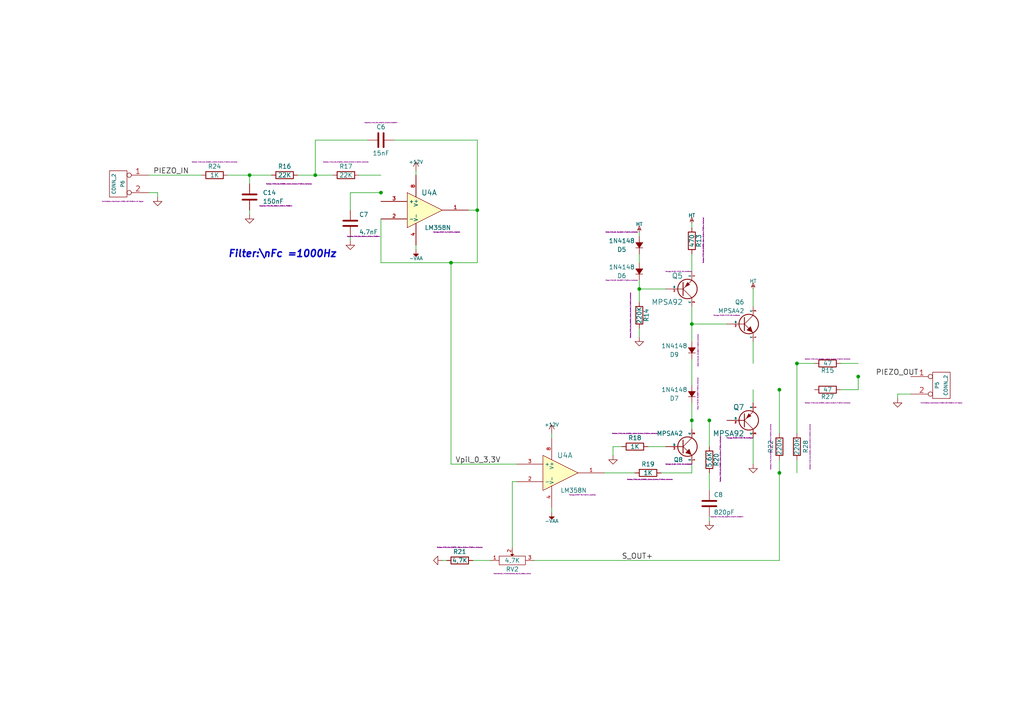
<source format=kicad_sch>
(kicad_sch (version 20200512) (host eeschema "(5.99.0-1712-g5a9e69b14)")
  (page 2 3)
  (paper "A4")
  (title_block (title "Complex hierarchy: demo") (date "2017-01-15") (rev "1"))
  (lib_symbols
    (symbol "complex_hierarchy_schlib:+12V" (power) (pin_names (offset 0))
      (property "Value" "+12V" (at 0 3.556 0))
      (symbol "+12V_0_1"
        (polyline (pts (xy -0.762 1.27) (xy 0 2.54)))
        (polyline (pts (xy 0 0) (xy 0 2.54)))
        (polyline (pts (xy 0 2.54) (xy 0.762 1.27)))
      )
      (symbol "+12V_1_1"
        (pin power_in line (at 0 0 90) (length 0) (name "+12V") (number "1") hide)
      )
    )
    (symbol "complex_hierarchy_schlib:-VAA" (power) (pin_names (offset 0))
      (property "Value" "-VAA" (at 0 2.54 0))
      (symbol "-VAA_0_1"
        (polyline (pts (xy 0 0) (xy 0 1.27) (xy 0 1.27)))
        (polyline (pts (xy 0 2.032) (xy 0.762 1.27) (xy -0.508 1.27) (xy -0.762 1.27) (xy 0 2.032) (xy 0 2.032) (xy 0 2.032)) (fill (type outline)))
      )
      (symbol "-VAA_0_0"
        (pin power_in line (at 0 0 90) (length 0) (name "-VAA") (number "1") hide)
      )
    )
    (symbol "complex_hierarchy_schlib:C" (pin_numbers hide) (pin_names (offset 0.254))
      (property "Reference" "C" (at 0.635 2.54 0))
      (property "Value" "C" (at 0.635 -2.54 0))
      (symbol "C_0_1"
        (polyline (pts (xy -2.032 -0.762) (xy 2.032 -0.762)) (stroke (width 0.508)))
        (polyline (pts (xy -2.032 0.762) (xy 2.032 0.762)) (stroke (width 0.508)))
      )
      (symbol "C_1_1"
        (pin passive line (at 0 3.81 270) (length 2.794) (name "~") (number "1"))
        (pin passive line (at 0 -3.81 90) (length 2.794) (name "~") (number "2"))
      )
    )
    (symbol "complex_hierarchy_schlib:CONN_2" (pin_names hide)
      (property "Reference" "P" (at -1.27 0 90))
      (property "Value" "CONN_2" (at 1.27 0 90))
      (symbol "CONN_2_0_1"
        (rectangle (start -2.54 3.81) (end 2.54 -3.81))
      )
      (symbol "CONN_2_1_1"
        (pin passive inverted (at -8.89 2.54 0) (length 6.35) (name "P1") (number "1"))
        (pin passive inverted (at -8.89 -2.54 0) (length 6.35) (name "PM") (number "2"))
      )
    )
    (symbol "complex_hierarchy_schlib:D_Small" (pin_numbers hide) (pin_names (offset 0.254) hide)
      (property "Reference" "D" (at -1.27 2.032 0))
      (property "Value" "D_Small" (at -3.81 -2.032 0))
      (symbol "D_Small_0_1"
        (polyline (pts (xy -0.762 -1.016) (xy -0.762 1.016)))
        (polyline (pts (xy 0.762 -1.016) (xy -0.762 0) (xy 0.762 1.016) (xy 0.762 -1.016)) (fill (type outline)))
      )
      (symbol "D_Small_1_1"
        (pin passive line (at -2.54 0 0) (length 1.778) (name "K") (number "1"))
        (pin passive line (at 2.54 0 180) (length 1.778) (name "A") (number "2"))
      )
    )
    (symbol "complex_hierarchy_schlib:GND" (power) (pin_names (offset 0))
      (property "Value" "GND" (at 0 -3.1242 0))
      (symbol "GND_0_1"
        (polyline (pts (xy 0 0) (xy 0 -1.27) (xy 1.27 -1.27) (xy 0 -2.54) (xy -1.27 -1.27) (xy 0 -1.27)))
      )
      (symbol "GND_1_1"
        (pin power_in line (at 0 0 270) (length 0) (name "GND") (number "1") hide)
      )
    )
    (symbol "complex_hierarchy_schlib:HT" (power) (pin_names (offset 0))
      (property "Value" "HT" (at 0 2.286 0))
      (symbol "HT_0_1"
        (polyline (pts (xy 0 0) (xy 0 1.016) (xy 0 1.016)))
        (polyline (pts (xy 0 1.016) (xy 0.508 0.508) (xy 0 1.778) (xy -0.508 0.508) (xy 0 1.016) (xy 0 1.016)))
      )
      (symbol "HT_0_0"
        (pin power_in line (at 0 0 90) (length 0) (name "HT") (number "1") hide)
      )
    )
    (symbol "complex_hierarchy_schlib:LM358N" (pin_names (offset 0.508))
      (property "Reference" "U" (at -1.27 5.08 0))
      (property "Value" "LM358N" (at -1.27 -6.35 0))
      (symbol "LM358N_0_1"
        (polyline (pts (xy -5.08 5.08) (xy 5.08 0) (xy -5.08 -5.08) (xy -5.08 5.08)) (fill (type background)))
        (pin power_in line (at -2.54 -10.16 90) (length 6.35) (name "V-") (number "4"))
        (pin power_in line (at -2.54 10.16 270) (length 6.35) (name "V+") (number "8"))
      )
      (symbol "LM358N_1_1"
        (pin output line (at 12.7 0 180) (length 7.62) (name "~") (number "1"))
        (pin input line (at -12.7 -2.54 0) (length 7.62) (name "-") (number "2"))
        (pin input line (at -12.7 2.54 0) (length 7.62) (name "+") (number "3"))
      )
      (symbol "LM358N_2_1"
        (pin input line (at -12.7 2.54 0) (length 7.62) (name "+") (number "5"))
        (pin input line (at -12.7 -2.54 0) (length 7.62) (name "-") (number "6"))
        (pin output line (at 12.7 0 180) (length 7.62) (name "~") (number "7"))
      )
    )
    (symbol "complex_hierarchy_schlib:MPSA42" (pin_names (offset 0))
      (property "Reference" "Q" (at 3.81 -3.81 0))
      (property "Value" "MPSA42" (at 3.81 3.81 0))
      (symbol "MPSA42_0_1"
        (circle (center 1.27 0) (radius 2.8194) (stroke (width 0.254)))
        (polyline (pts (xy 0 0) (xy 2.54 2.54)))
        (polyline (pts (xy 0 1.905) (xy 0 -1.905) (xy 0 -1.905)) (stroke (width 0.254)))
        (polyline (pts (xy 1.27 -1.27) (xy 0 0) (xy 0 0)))
        (polyline (pts (xy 2.286 -2.286) (xy 2.54 -2.54) (xy 2.54 -2.54)))
        (polyline (pts (xy 2.286 -2.286) (xy 1.778 -0.762) (xy 0.762 -1.778) (xy 2.286 -2.286) (xy 2.286 -2.286)) (fill (type outline)))
      )
      (symbol "MPSA42_1_1"
        (pin passive line (at 2.54 -5.08 90) (length 2.54) (name "E") (number "1"))
        (pin input line (at -5.08 0 0) (length 5.08) (name "B") (number "2"))
        (pin passive line (at 2.54 5.08 270) (length 2.54) (name "C") (number "3"))
      )
    )
    (symbol "complex_hierarchy_schlib:MPSA92" (pin_names (offset 0))
      (property "Reference" "Q" (at 3.81 -3.81 0))
      (property "Value" "MPSA92" (at 3.81 3.81 0))
      (symbol "MPSA92_0_1"
        (circle (center 1.27 0) (radius 2.8194) (stroke (width 0.254)))
        (polyline (pts (xy 0 0) (xy 2.54 2.54)))
        (polyline (pts (xy 0 1.905) (xy 0 -1.905) (xy 0 -1.905)) (stroke (width 0.254)) (fill (type outline)))
        (polyline (pts (xy 0.635 -0.635) (xy 0 0) (xy 0 0)))
        (polyline (pts (xy 2.54 -2.54) (xy 1.651 -1.651) (xy 1.651 -1.651)))
        (polyline (pts (xy 0.635 -0.635) (xy 1.27 -1.905) (xy 1.905 -1.27) (xy 0.635 -0.635) (xy 0.635 -0.635)) (fill (type outline)))
      )
      (symbol "MPSA92_1_1"
        (pin passive line (at 2.54 -5.08 90) (length 2.54) (name "E") (number "1"))
        (pin input line (at -5.08 0 0) (length 5.08) (name "B") (number "2"))
        (pin passive line (at 2.54 5.08 270) (length 2.54) (name "C") (number "3"))
      )
    )
    (symbol "complex_hierarchy_schlib:POT" (pin_names hide)
      (property "Reference" "RV" (at 0 -2.54 0))
      (property "Value" "POT" (at 0 0 0))
      (symbol "POT_0_1"
        (rectangle (start -3.81 1.27) (end 3.81 -1.27))
        (polyline (pts (xy 0 1.27) (xy -0.508 1.778) (xy 0.508 1.778)) (fill (type outline)))
      )
      (symbol "POT_1_1"
        (pin passive line (at -6.35 0 0) (length 2.54) (name "1") (number "1"))
        (pin passive line (at 0 3.81 270) (length 2.032) (name "2") (number "2"))
        (pin passive line (at 6.35 0 180) (length 2.54) (name "3") (number "3"))
      )
    )
    (symbol "complex_hierarchy_schlib:R" (pin_numbers hide) (pin_names (offset 0))
      (property "Reference" "R" (at 2.032 0 90))
      (property "Value" "R" (at 0 0 90))
      (symbol "R_0_1"
        (rectangle (start -1.016 -2.54) (end 1.016 2.54) (stroke (width 0.254)))
      )
      (symbol "R_1_1"
        (pin passive line (at 0 3.81 270) (length 1.27) (name "~") (number "1"))
        (pin passive line (at 0 -3.81 90) (length 1.27) (name "~") (number "2"))
      )
    )
  )
  (junction (at 72.39 50.8))
  (junction (at 91.44 50.8))
  (junction (at 110.49 55.88))
  (junction (at 130.81 76.2))
  (junction (at 138.43 60.96))
  (junction (at 185.42 83.82))
  (junction (at 200.66 93.98))
  (junction (at 200.66 121.92))
  (junction (at 205.74 121.92))
  (junction (at 226.06 113.03))
  (junction (at 226.06 137.16))
  (junction (at 231.14 105.41))
  (junction (at 248.92 109.22))
  (wire (pts (xy 43.18 55.88) (xy 45.72 55.88)))
  (wire (pts (xy 45.72 55.88) (xy 45.72 57.15)))
  (wire (pts (xy 58.42 50.8) (xy 43.18 50.8)))
  (wire (pts (xy 66.04 50.8) (xy 72.39 50.8)))
  (wire (pts (xy 72.39 50.8) (xy 78.74 50.8)))
  (wire (pts (xy 72.39 53.34) (xy 72.39 50.8)))
  (wire (pts (xy 72.39 62.23) (xy 72.39 60.96)))
  (wire (pts (xy 86.36 50.8) (xy 91.44 50.8)))
  (wire (pts (xy 91.44 40.64) (xy 91.44 50.8)))
  (wire (pts (xy 91.44 50.8) (xy 96.52 50.8)))
  (wire (pts (xy 101.6 55.88) (xy 101.6 60.96)))
  (wire (pts (xy 101.6 69.85) (xy 101.6 68.58)))
  (wire (pts (xy 106.68 40.64) (xy 91.44 40.64)))
  (wire (pts (xy 110.49 50.8) (xy 104.14 50.8)))
  (wire (pts (xy 110.49 55.88) (xy 101.6 55.88)))
  (wire (pts (xy 110.49 63.5) (xy 110.49 76.2)))
  (wire (pts (xy 110.49 76.2) (xy 130.81 76.2)))
  (wire (pts (xy 120.65 49.53) (xy 120.65 50.8)))
  (wire (pts (xy 120.65 72.39) (xy 120.65 71.12)))
  (wire (pts (xy 128.27 162.56) (xy 129.54 162.56)))
  (wire (pts (xy 130.81 76.2) (xy 138.43 76.2)))
  (wire (pts (xy 130.81 134.62) (xy 130.81 76.2)))
  (wire (pts (xy 135.89 60.96) (xy 138.43 60.96)))
  (wire (pts (xy 137.16 162.56) (xy 142.24 162.56)))
  (wire (pts (xy 138.43 40.64) (xy 114.3 40.64)))
  (wire (pts (xy 138.43 60.96) (xy 138.43 40.64)))
  (wire (pts (xy 138.43 76.2) (xy 138.43 60.96)))
  (wire (pts (xy 148.59 139.7) (xy 149.86 139.7)))
  (wire (pts (xy 148.59 158.75) (xy 148.59 139.7)))
  (wire (pts (xy 149.86 134.62) (xy 130.81 134.62)))
  (wire (pts (xy 160.02 125.73) (xy 160.02 127)))
  (wire (pts (xy 160.02 148.59) (xy 160.02 147.32)))
  (wire (pts (xy 175.26 137.16) (xy 184.15 137.16)))
  (wire (pts (xy 177.8 129.54) (xy 177.8 132.08)))
  (wire (pts (xy 180.34 129.54) (xy 177.8 129.54)))
  (wire (pts (xy 185.42 68.58) (xy 185.42 67.31)))
  (wire (pts (xy 185.42 76.2) (xy 185.42 73.66)))
  (wire (pts (xy 185.42 81.28) (xy 185.42 83.82)))
  (wire (pts (xy 185.42 83.82) (xy 185.42 87.63)))
  (wire (pts (xy 185.42 95.25) (xy 185.42 97.79)))
  (wire (pts (xy 187.96 129.54) (xy 193.04 129.54)))
  (wire (pts (xy 193.04 83.82) (xy 185.42 83.82)))
  (wire (pts (xy 200.66 64.77) (xy 200.66 66.04)))
  (wire (pts (xy 200.66 73.66) (xy 200.66 78.74)))
  (wire (pts (xy 200.66 88.9) (xy 200.66 93.98)))
  (wire (pts (xy 200.66 93.98) (xy 200.66 99.06)))
  (wire (pts (xy 200.66 104.14) (xy 200.66 111.76)))
  (wire (pts (xy 200.66 116.84) (xy 200.66 121.92)))
  (wire (pts (xy 200.66 121.92) (xy 200.66 124.46)))
  (wire (pts (xy 200.66 134.62) (xy 200.66 137.16)))
  (wire (pts (xy 200.66 137.16) (xy 191.77 137.16)))
  (wire (pts (xy 205.74 121.92) (xy 205.74 129.54)))
  (wire (pts (xy 205.74 137.16) (xy 205.74 142.24)))
  (wire (pts (xy 205.74 149.86) (xy 205.74 151.13)))
  (wire (pts (xy 210.82 93.98) (xy 200.66 93.98)))
  (wire (pts (xy 218.44 83.82) (xy 218.44 88.9)))
  (wire (pts (xy 218.44 105.41) (xy 218.44 99.06)))
  (wire (pts (xy 218.44 113.03) (xy 218.44 116.84)))
  (wire (pts (xy 218.44 127) (xy 218.44 134.62)))
  (wire (pts (xy 226.06 113.03) (xy 226.06 125.73)))
  (wire (pts (xy 226.06 133.35) (xy 226.06 137.16)))
  (wire (pts (xy 226.06 137.16) (xy 226.06 162.56)))
  (wire (pts (xy 226.06 162.56) (xy 154.94 162.56)))
  (wire (pts (xy 231.14 105.41) (xy 236.22 105.41)))
  (wire (pts (xy 231.14 125.73) (xy 231.14 105.41)))
  (wire (pts (xy 231.14 137.16) (xy 231.14 133.35)))
  (wire (pts (xy 248.92 105.41) (xy 243.84 105.41)))
  (wire (pts (xy 248.92 109.22) (xy 248.92 113.03)))
  (wire (pts (xy 248.92 113.03) (xy 243.84 113.03)))
  (wire (pts (xy 260.35 114.3) (xy 260.35 115.57)))
  (wire (pts (xy 264.16 114.3) (xy 260.35 114.3)))
  (text "Filter:\\nFc =1000Hz" (at 66.04 74.93 0) (effects (font (size 2.032 2.032) (thickness 0.4064) bold italic) (justify left bottom)))
  (label "PIEZO_IN" (at 44.45 50.8 0) (effects (font (size 1.524 1.524))))
  (label "Vpil_0_3,3V" (at 132.08 134.62 0) (effects (font (size 1.524 1.524))))
  (label "S_OUT+" (at 180.34 162.56 0) (effects (font (size 1.524 1.524))))
  (label "PIEZO_OUT" (at 254 109.22 0) (effects (font (size 1.524 1.524))))
  (symbol (lib_id "complex_hierarchy_schlib:HT") (at 185.42 67.31 0)
    (property "Reference" "#PWR031" (effects hide))
    (property "Value" "HT" (at 185.42 65.024 0) (effects (font (size 1.016 1.016))))
  )
  (symbol (lib_id "complex_hierarchy_schlib:HT") (at 200.66 64.77 0)
    (property "Reference" "#PWR032" (effects hide))
    (property "Value" "HT" (at 200.66 62.484 0) (effects (font (size 1.016 1.016))))
  )
  (symbol (lib_id "complex_hierarchy_schlib:HT") (at 218.44 83.82 0)
    (property "Reference" "#PWR033" (effects hide))
    (property "Value" "HT" (at 218.44 81.534 0) (effects (font (size 1.016 1.016))))
  )
  (symbol (lib_id "complex_hierarchy_schlib:-VAA") (at 120.65 72.39 180)
    (property "Reference" "#PWR022" (effects hide))
    (property "Value" "-VAA" (at 120.65 74.93 0) (effects (font (size 1.016 1.016))))
  )
  (symbol (lib_id "complex_hierarchy_schlib:-VAA") (at 160.02 148.59 180)
    (property "Reference" "#PWR021" (effects hide))
    (property "Value" "-VAA" (at 160.02 151.13 0) (effects (font (size 1.016 1.016))))
  )
  (symbol (lib_id "complex_hierarchy_schlib:+12V") (at 120.65 49.53 0)
    (property "Reference" "#U034" (effects hide))
    (property "Value" "+12V" (at 120.65 46.99 0) (effects (font (size 1.016 1.016))))
  )
  (symbol (lib_id "complex_hierarchy_schlib:+12V") (at 160.02 125.73 0)
    (property "Reference" "#U026" (effects hide))
    (property "Value" "+12V" (at 160.02 123.19 0) (effects (font (size 1.016 1.016))))
  )
  (symbol (lib_id "complex_hierarchy_schlib:GND") (at 45.72 57.15 0)
    (property "Reference" "#PWR027" (effects hide))
    (property "Value" "GND" (effects hide))
  )
  (symbol (lib_id "complex_hierarchy_schlib:GND") (at 72.39 62.23 0)
    (property "Reference" "#PWR020" (effects hide))
    (property "Value" "GND" (effects hide))
  )
  (symbol (lib_id "complex_hierarchy_schlib:GND") (at 101.6 69.85 0)
    (property "Reference" "#PWR028" (effects hide))
    (property "Value" "GND" (effects hide))
  )
  (symbol (lib_id "complex_hierarchy_schlib:GND") (at 128.27 162.56 270)
    (property "Reference" "#PWR030" (effects hide))
    (property "Value" "GND" (effects hide))
  )
  (symbol (lib_id "complex_hierarchy_schlib:GND") (at 177.8 132.08 0)
    (property "Reference" "#PWR024" (effects hide))
    (property "Value" "GND" (effects hide))
  )
  (symbol (lib_id "complex_hierarchy_schlib:GND") (at 185.42 97.79 0)
    (property "Reference" "#PWR025" (effects hide))
    (property "Value" "GND" (effects hide))
  )
  (symbol (lib_id "complex_hierarchy_schlib:GND") (at 205.74 151.13 0)
    (property "Reference" "#PWR019" (effects hide))
    (property "Value" "GND" (effects hide))
  )
  (symbol (lib_id "complex_hierarchy_schlib:GND") (at 218.44 134.62 0)
    (property "Reference" "#PWR023" (effects hide))
    (property "Value" "GND" (effects hide))
  )
  (symbol (lib_id "complex_hierarchy_schlib:GND") (at 260.35 115.57 0)
    (property "Reference" "#PWR029" (effects hide))
    (property "Value" "GND" (effects hide))
  )
  (symbol (lib_id "complex_hierarchy_schlib:D_Small") (at 185.42 71.12 90)
    (property "Reference" "D5" (at 180.34 72.39 90))
    (property "Value" "1N4148" (at 180.34 69.85 90))
    (property "Footprint" "Diode_THT:D_DO-35_SOD27_P7.62mm_Horizontal" (at 180.34 67.31 90) (effects (font (size 0.254 0.254))))
  )
  (symbol (lib_id "complex_hierarchy_schlib:D_Small") (at 185.42 78.74 90)
    (property "Reference" "D6" (at 180.34 80.01 90))
    (property "Value" "1N4148" (at 180.34 77.47 90))
    (property "Footprint" "Diode_THT:D_DO-35_SOD27_P7.62mm_Horizontal" (at 180.34 81.28 90) (effects (font (size 0.254 0.254))))
  )
  (symbol (lib_id "complex_hierarchy_schlib:D_Small") (at 200.66 101.6 90)
    (property "Reference" "D9" (at 195.58 102.87 90))
    (property "Value" "1N4148" (at 195.58 100.33 90))
    (property "Footprint" "Diode_THT:D_DO-35_SOD27_P7.62mm_Horizontal" (at 202.463 101.575 0) (effects (font (size 0.254 0.254))))
  )
  (symbol (lib_id "complex_hierarchy_schlib:D_Small") (at 200.66 114.3 90)
    (property "Reference" "D7" (at 195.58 115.57 90))
    (property "Value" "1N4148" (at 195.58 113.03 90))
    (property "Footprint" "Diode_THT:D_DO-35_SOD27_P7.62mm_Horizontal" (at 202.387 114.148 0) (effects (font (size 0.254 0.254))))
  )
  (symbol (lib_id "complex_hierarchy_schlib:R") (at 62.23 50.8 270)
    (property "Reference" "R24" (at 62.23 48.26 90))
    (property "Value" "1K" (at 62.23 50.8 90))
    (property "Footprint" "Resistor_THT:R_Axial_DIN0204_L3.6mm_D1.6mm_P7.62mm_Horizontal" (at 62.23 46.99 90) (effects (font (size 0.254 0.254))))
  )
  (symbol (lib_id "complex_hierarchy_schlib:R") (at 82.55 50.8 270)
    (property "Reference" "R16" (at 82.55 48.26 90))
    (property "Value" "22K" (at 82.55 50.8 90))
    (property "Footprint" "Resistor_THT:R_Axial_DIN0204_L3.6mm_D1.6mm_P7.62mm_Horizontal" (at 83.82 53.34 90) (effects (font (size 0.254 0.254))))
  )
  (symbol (lib_id "complex_hierarchy_schlib:R") (at 100.33 50.8 270)
    (property "Reference" "R17" (at 100.33 48.26 90))
    (property "Value" "22K" (at 100.33 50.8 90))
    (property "Footprint" "Resistor_THT:R_Axial_DIN0204_L3.6mm_D1.6mm_P7.62mm_Horizontal" (at 100.33 46.99 90) (effects (font (size 0.254 0.254))))
  )
  (symbol (lib_id "complex_hierarchy_schlib:R") (at 133.35 162.56 270)
    (property "Reference" "R21" (at 133.35 160.02 90))
    (property "Value" "4,7K" (at 133.35 162.56 90))
    (property "Footprint" "Resistor_THT:R_Axial_DIN0204_L3.6mm_D1.6mm_P7.62mm_Horizontal" (at 133.35 158.75 90) (effects (font (size 0.254 0.254))))
  )
  (symbol (lib_id "complex_hierarchy_schlib:R") (at 184.15 129.54 270)
    (property "Reference" "R18" (at 184.15 127 90))
    (property "Value" "1K" (at 184.15 129.54 90))
    (property "Footprint" "Resistor_THT:R_Axial_DIN0204_L3.6mm_D1.6mm_P7.62mm_Horizontal" (at 184.15 125.73 90) (effects (font (size 0.254 0.254))))
  )
  (symbol (lib_id "complex_hierarchy_schlib:R") (at 185.42 91.44 0)
    (property "Reference" "R14" (at 187.452 91.44 90))
    (property "Value" "220K" (at 185.42 91.44 90))
    (property "Footprint" "Resistor_THT:R_Axial_DIN0204_L3.6mm_D1.6mm_P7.62mm_Horizontal" (at 182.88 91.44 90) (effects (font (size 0.254 0.254))))
  )
  (symbol (lib_id "complex_hierarchy_schlib:R") (at 187.96 137.16 270)
    (property "Reference" "R19" (at 187.96 134.62 90))
    (property "Value" "1K" (at 187.96 137.16 90))
    (property "Footprint" "Resistor_THT:R_Axial_DIN0204_L3.6mm_D1.6mm_P7.62mm_Horizontal" (at 188.519 139.065 90) (effects (font (size 0.254 0.254))))
  )
  (symbol (lib_id "complex_hierarchy_schlib:R") (at 200.66 69.85 0)
    (property "Reference" "R13" (at 202.692 69.85 90))
    (property "Value" "470" (at 200.66 69.85 90))
    (property "Footprint" "Resistor_THT:R_Axial_DIN0204_L3.6mm_D1.6mm_P7.62mm_Horizontal" (at 203.987 69.6468 90) (effects (font (size 0.254 0.254))))
  )
  (symbol (lib_id "complex_hierarchy_schlib:R") (at 205.74 133.35 0)
    (property "Reference" "R20" (at 207.772 133.35 90))
    (property "Value" "5,6K" (at 205.74 133.35 90))
    (property "Footprint" "Resistor_THT:R_Axial_DIN0204_L3.6mm_D1.6mm_P7.62mm_Horizontal" (at 208.94 133.121 90) (effects (font (size 0.254 0.254))))
  )
  (symbol (lib_id "complex_hierarchy_schlib:R") (at 226.06 129.54 180)
    (property "Reference" "R22" (at 223.52 129.54 90))
    (property "Value" "220K" (at 226.06 129.54 90))
    (property "Footprint" "Resistor_THT:R_Axial_DIN0204_L3.6mm_D1.6mm_P7.62mm_Horizontal" (at 223.52 129.54 90) (effects (font (size 0.254 0.254))))
  )
  (symbol (lib_id "complex_hierarchy_schlib:R") (at 231.14 129.54 180)
    (property "Reference" "R28" (at 233.68 129.54 90))
    (property "Value" "220K" (at 231.14 129.54 90))
    (property "Footprint" "Resistor_THT:R_Axial_DIN0204_L3.6mm_D1.6mm_P7.62mm_Horizontal" (at 234.95 129.54 90) (effects (font (size 0.254 0.254))))
  )
  (symbol (lib_id "complex_hierarchy_schlib:R") (at 240.03 105.41 270)
    (property "Reference" "R15" (at 240.03 107.442 90))
    (property "Value" "47" (at 240.03 105.41 90))
    (property "Footprint" "Resistor_THT:R_Axial_DIN0204_L3.6mm_D1.6mm_P7.62mm_Horizontal" (at 240.03 104.14 90) (effects (font (size 0.254 0.254))))
  )
  (symbol (lib_id "complex_hierarchy_schlib:R") (at 240.03 113.03 270)
    (property "Reference" "R27" (at 240.03 115.062 90))
    (property "Value" "47" (at 240.03 113.03 90))
    (property "Footprint" "Resistor_THT:R_Axial_DIN0204_L3.6mm_D1.6mm_P7.62mm_Horizontal" (at 240.03 116.84 90) (effects (font (size 0.254 0.254))))
  )
  (symbol (lib_id "complex_hierarchy_schlib:C") (at 72.39 57.15 0)
    (property "Reference" "C14" (at 76.2 55.88 0) (effects (justify left)))
    (property "Value" "150nF" (at 76.2 58.42 0) (effects (justify left)))
    (property "Footprint" "Capacitor_THT:C_Disc_D5.0mm_W2.5mm_P5.00mm" (at 80.01 59.69 0) (effects (font (size 0.254 0.254))))
  )
  (symbol (lib_id "complex_hierarchy_schlib:C") (at 101.6 64.77 0)
    (property "Reference" "C7" (at 104.14 62.23 0) (effects (justify left)))
    (property "Value" "4.7nF" (at 104.14 67.31 0) (effects (justify left)))
    (property "Footprint" "Capacitor_THT:C_Disc_D5.0mm_W2.5mm_P5.00mm" (at 105.41 68.58 0) (effects (font (size 0.254 0.254))))
  )
  (symbol (lib_id "complex_hierarchy_schlib:C") (at 110.49 40.64 270)
    (property "Reference" "C6" (at 110.49 36.83 90))
    (property "Value" "15nF" (at 110.49 44.45 90))
    (property "Footprint" "Capacitor_THT:C_Disc_D5.0mm_W2.5mm_P5.00mm" (at 110.49 35.56 90) (effects (font (size 0.254 0.254))))
  )
  (symbol (lib_id "complex_hierarchy_schlib:C") (at 205.74 146.05 0)
    (property "Reference" "C8" (at 207.01 143.51 0) (effects (justify left)))
    (property "Value" "820pF" (at 207.01 148.59 0) (effects (justify left)))
    (property "Footprint" "Capacitor_THT:C_Disc_D5.0mm_W2.5mm_P5.00mm" (at 210.82 149.86 0) (effects (font (size 0.254 0.254))))
  )
  (symbol (lib_id "complex_hierarchy_schlib:POT") (at 148.59 162.56 0)
    (property "Reference" "RV2" (at 148.59 165.1 0))
    (property "Value" "4,7K" (at 148.59 162.56 0))
    (property "Footprint" "Potentiometer_THT:Potentiometer_Bourns_3266W_Vertical" (at 148.59 166.37 0) (effects (font (size 0.254 0.254))))
  )
  (symbol (lib_id "complex_hierarchy_schlib:CONN_2") (at 34.29 53.34 0) (mirror y)
    (property "Reference" "P6" (at 35.56 53.34 90) (effects (font (size 1.016 1.016))))
    (property "Value" "CONN_2" (at 33.02 53.34 90) (effects (font (size 1.016 1.016))))
    (property "Footprint" "TerminalBlock_Altech:Altech_AK300_1x02_P5.00mm_45-Degree" (at 35.56 58.42 0) (effects (font (size 0.254 0.254))))
  )
  (symbol (lib_id "complex_hierarchy_schlib:CONN_2") (at 273.05 111.76 0)
    (property "Reference" "P5" (at 271.78 111.76 90) (effects (font (size 1.016 1.016))))
    (property "Value" "CONN_2" (at 274.32 111.76 90) (effects (font (size 1.016 1.016))))
    (property "Footprint" "TerminalBlock_Altech:Altech_AK300_1x02_P5.00mm_45-Degree" (at 273.05 116.84 0) (effects (font (size 0.254 0.254))))
  )
  (symbol (lib_id "complex_hierarchy_schlib:MPSA92") (at 198.12 83.82 0) (mirror x)
    (property "Reference" "Q5" (at 198.12 80.01 0) (effects (font (size 1.524 1.524)) (justify right)))
    (property "Value" "MPSA92" (at 198.12 87.63 0) (effects (font (size 1.524 1.524)) (justify right)))
    (property "Footprint" "Package_TO_SOT_THT:TO-92_HandSolder" (at 196.85 78.74 0) (effects (font (size 0.254 0.254))))
  )
  (symbol (lib_id "complex_hierarchy_schlib:MPSA42") (at 198.12 129.54 0)
    (property "Reference" "Q8" (at 198.12 133.35 0) (effects (justify right)))
    (property "Value" "MPSA42" (at 198.12 125.73 0) (effects (justify right)))
    (property "Footprint" "Package_TO_SOT_THT:TO-92_HandSolder" (at 196.85 134.62 0) (effects (font (size 0.254 0.254))))
  )
  (symbol (lib_id "complex_hierarchy_schlib:MPSA42") (at 215.9 93.98 0)
    (property "Reference" "Q6" (at 215.9 87.63 0) (effects (justify right)))
    (property "Value" "MPSA42" (at 215.9 90.17 0) (effects (justify right)))
    (property "Footprint" "Package_TO_SOT_THT:TO-92_HandSolder" (at 210.82 91.44 0) (effects (font (size 0.254 0.254))))
  )
  (symbol (lib_id "complex_hierarchy_schlib:MPSA92") (at 215.9 121.92 0) (mirror x)
    (property "Reference" "Q7" (at 215.9 118.11 0) (effects (font (size 1.524 1.524)) (justify right)))
    (property "Value" "MPSA92" (at 215.9 125.73 0) (effects (font (size 1.524 1.524)) (justify right)))
    (property "Footprint" "Package_TO_SOT_THT:TO-92_HandSolder" (at 214.63 127 0) (effects (font (size 0.254 0.254))))
  )
  (symbol (lib_id "complex_hierarchy_schlib:LM358N") (at 123.19 60.96 0)
    (property "Reference" "U4" (at 124.46 55.88 0) (effects (font (size 1.524 1.524))))
    (property "Value" "LM358N" (at 127 66.04 0))
    (property "Footprint" "Package_DIP:DIP-8_W7.62mm_LongPads" (at 129.54 67.31 0) (effects (font (size 0.254 0.254))))
  )
  (symbol (lib_id "complex_hierarchy_schlib:LM358N") (at 162.56 137.16 0)
    (property "Reference" "U4" (at 163.83 132.08 0) (effects (font (size 1.524 1.524))))
    (property "Value" "LM358N" (at 166.37 142.24 0))
    (property "Footprint" "Package_DIP:DIP-8_W7.62mm_LongPads" (at 168.91 143.51 0) (effects (font (size 0.254 0.254))))
  )
)
</source>
